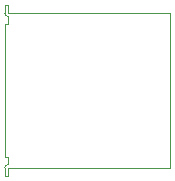
<source format=gbr>
G04*
G04 #@! TF.GenerationSoftware,Altium Limited,Altium Designer,24.1.2 (44)*
G04*
G04 Layer_Color=32896*
%FSLAX44Y44*%
%MOMM*%
G71*
G04*
G04 #@! TF.SameCoordinates,98FF00E1-DB16-4AB4-99D8-1D2B7C447DA4*
G04*
G04*
G04 #@! TF.FilePolarity,Positive*
G04*
G01*
G75*
%ADD83C,0.1000*%
D83*
X-497988Y-176970D02*
G03*
X-494990Y-180070I2998J-100D01*
G01*
Y-305070D02*
G03*
X-497988Y-308170I0J-3000D01*
G01*
X-494990Y-177070D02*
X-357990D01*
X-494990Y-308070D02*
X-357990D01*
Y-177070D01*
X-497990Y-170070D02*
X-494990D01*
Y-177070D02*
Y-170070D01*
X-497990D02*
X-497988Y-176970D01*
X-497990Y-299070D02*
Y-186070D01*
X-494990D01*
X-494990Y-180070D02*
X-494990Y-186070D01*
X-494990Y-305070D02*
X-494990Y-299070D01*
X-497990Y-315070D02*
X-497988Y-308170D01*
X-494990Y-315070D02*
Y-308070D01*
X-497990Y-315070D02*
X-494990D01*
X-497990Y-299070D02*
X-494990Y-299070D01*
M02*

</source>
